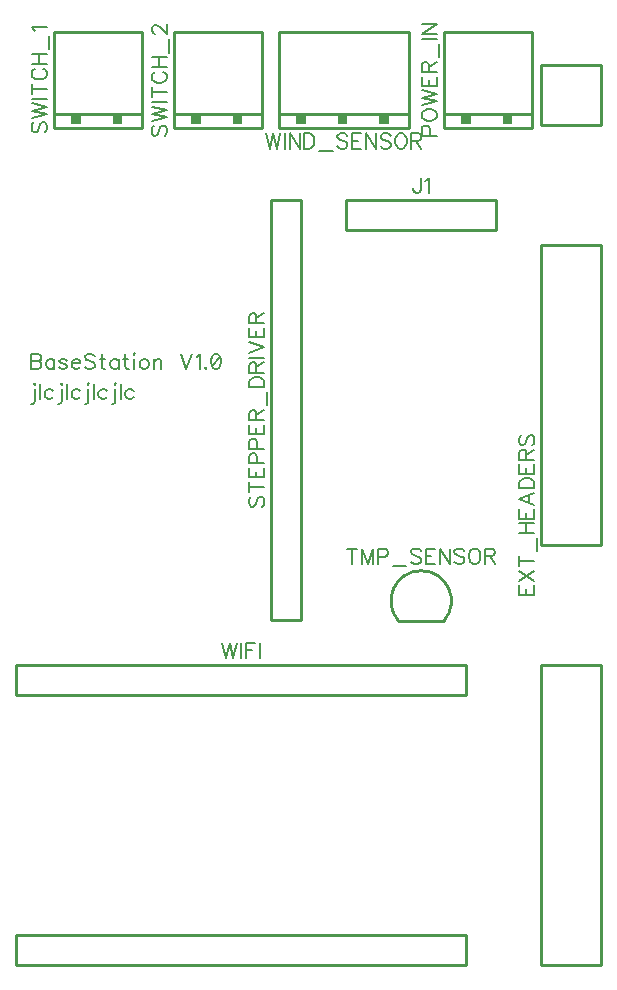
<source format=gbr>
G04 DipTrace 3.3.1.3*
G04 TopSilk.gbr*
%MOIN*%
G04 #@! TF.FileFunction,Legend,Top*
G04 #@! TF.Part,Single*
%ADD10C,0.009843*%
%ADD38C,0.00772*%
%FSLAX26Y26*%
G04*
G70*
G90*
G75*
G01*
G04 TopSilk*
%LPD*%
X2343700Y443700D2*
D10*
X2543700D1*
X2343700Y1443600D2*
Y1368600D1*
Y1443600D2*
X2543700D1*
Y1368600D1*
Y443700D1*
X2343700Y1368600D2*
Y443700D1*
Y1843800D2*
X2543700D1*
X2343700Y2843700D2*
Y2768700D1*
Y2843700D2*
X2543700D1*
Y2768700D1*
Y1843800D1*
X2343700Y2768700D2*
Y1843800D1*
X2543700Y3243600D2*
X2343700D1*
X2543700Y3443700D2*
Y3243600D1*
X2343700Y3443700D2*
Y3243600D1*
X2543700Y3443700D2*
X2343700D1*
X1693700Y2993700D2*
Y2893700D1*
X2193700Y2993700D2*
X1693700D1*
X2193700Y2893700D2*
X1693700D1*
X2193700Y2993700D2*
Y2893700D1*
X2018896Y3232283D2*
X2314163D1*
Y3555117D1*
X2018896D1*
Y3232283D1*
Y3279513D2*
X2314163D1*
G36*
X2077949D2*
X2109425D1*
Y3248037D1*
X2077949D1*
Y3279513D1*
G37*
G36*
X2215780D2*
X2247255D1*
Y3248037D1*
X2215780D1*
Y3279513D1*
G37*
X1543700Y2993700D2*
D10*
X1443700D1*
X1543700Y1593700D2*
Y2993700D1*
Y1593700D2*
X1443700D1*
Y1669300D1*
Y2993700D1*
X718896Y3232283D2*
X1014163D1*
Y3555117D1*
X718896D1*
Y3232283D1*
Y3279513D2*
X1014163D1*
G36*
X777949D2*
X809425D1*
Y3248037D1*
X777949D1*
Y3279513D1*
G37*
G36*
X915780D2*
X947255D1*
Y3248037D1*
X915780D1*
Y3279513D1*
G37*
X1118896Y3232283D2*
D10*
X1414163D1*
Y3555117D1*
X1118896D1*
Y3232283D1*
Y3279513D2*
X1414163D1*
G36*
X1177949D2*
X1209425D1*
Y3248037D1*
X1177949D1*
Y3279513D1*
G37*
G36*
X1315780D2*
X1347255D1*
Y3248037D1*
X1315780D1*
Y3279513D1*
G37*
X1868080Y1590558D2*
D10*
G02X2019320Y1590558I75620J66569D01*
G01*
X1868080D1*
X593700Y543700D2*
Y443700D1*
X2093700Y543700D2*
Y443700D1*
X2018700D1*
X593700D1*
X2093700Y543700D2*
X593700D1*
Y1443700D2*
Y1343700D1*
X2093700Y1443700D2*
Y1343700D1*
X2018700D1*
X593700D1*
X2093700Y1443700D2*
X593700D1*
X1468898Y3232283D2*
X1901949D1*
Y3555117D1*
X1468898D1*
Y3232283D1*
Y3279513D2*
X1901949D1*
G36*
X1527966D2*
X1559405D1*
Y3248037D1*
X1527966D1*
Y3279513D1*
G37*
G36*
X1665806D2*
X1697245D1*
Y3248037D1*
X1665806D1*
Y3279513D1*
G37*
G36*
X1803516D2*
X1834956D1*
Y3248037D1*
X1803516D1*
Y3279513D1*
G37*
X2270477Y1708626D2*
D38*
Y1677565D1*
X2320717D1*
Y1708626D1*
X2294409Y1677565D2*
Y1696688D1*
X2270477Y1724066D2*
X2320717Y1757559D1*
X2270477D2*
X2320717Y1724066D1*
X2270477Y1789745D2*
X2320717D1*
X2270477Y1772998D2*
Y1806492D1*
X2329007Y1821931D2*
Y1867362D1*
X2270477Y1882802D2*
X2320717D1*
X2270477Y1916295D2*
X2320717D1*
X2294409Y1882802D2*
Y1916295D1*
X2270477Y1962796D2*
Y1931734D1*
X2320717D1*
Y1962796D1*
X2294409Y1931734D2*
Y1950857D1*
X2320717Y2016537D2*
X2270477Y1997358D1*
X2320717Y1978235D1*
X2303970Y1985420D2*
Y2009352D1*
X2270477Y2031976D2*
X2320717D1*
Y2048723D1*
X2318285Y2055908D1*
X2313532Y2060716D1*
X2308723Y2063093D1*
X2301594Y2065469D1*
X2289600D1*
X2282415Y2063093D1*
X2277662Y2060716D1*
X2272854Y2055908D1*
X2270477Y2048723D1*
Y2031976D1*
Y2111970D2*
Y2080908D1*
X2320717D1*
Y2111970D1*
X2294409Y2080908D2*
Y2100032D1*
Y2127409D2*
Y2148909D1*
X2291977Y2156094D1*
X2289600Y2158526D1*
X2284847Y2160903D1*
X2280039D1*
X2275285Y2158526D1*
X2272854Y2156094D1*
X2270477Y2148909D1*
Y2127409D1*
X2320717D1*
X2294409Y2144156D2*
X2320717Y2160903D1*
X2277662Y2209835D2*
X2272854Y2205082D1*
X2270477Y2197897D1*
Y2188335D1*
X2272854Y2181150D1*
X2277662Y2176342D1*
X2282415D1*
X2287224Y2178774D1*
X2289600Y2181150D1*
X2291977Y2185903D1*
X2296785Y2200274D1*
X2299162Y2205082D1*
X2301594Y2207459D1*
X2306347Y2209835D1*
X2313532D1*
X2318285Y2205082D1*
X2320717Y2197897D1*
Y2188335D1*
X2318285Y2181150D1*
X2313532Y2176342D1*
X1941949Y3066923D2*
Y3028677D1*
X1939573Y3021492D1*
X1937141Y3019115D1*
X1932388Y3016683D1*
X1927579D1*
X1922826Y3019115D1*
X1920450Y3021492D1*
X1918018Y3028677D1*
Y3033430D1*
X1957389Y3057306D2*
X1962197Y3059738D1*
X1969382Y3066868D1*
Y3016683D1*
X1971981Y3208121D2*
Y3229676D1*
X1969605Y3236806D1*
X1967173Y3239238D1*
X1962420Y3241615D1*
X1955235D1*
X1950482Y3239238D1*
X1948050Y3236806D1*
X1945673Y3229676D1*
Y3208121D1*
X1995913D1*
X1945673Y3271424D2*
X1948050Y3266615D1*
X1952858Y3261862D1*
X1957611Y3259430D1*
X1964796Y3257054D1*
X1976790D1*
X1983920Y3259430D1*
X1988728Y3261862D1*
X1993481Y3266615D1*
X1995913Y3271424D1*
Y3280985D1*
X1993481Y3285739D1*
X1988728Y3290547D1*
X1983920Y3292924D1*
X1976790Y3295300D1*
X1964796D1*
X1957611Y3292924D1*
X1952858Y3290547D1*
X1948050Y3285739D1*
X1945673Y3280986D1*
Y3271424D1*
Y3310740D2*
X1995913Y3322733D1*
X1945673Y3334671D1*
X1995913Y3346609D1*
X1945673Y3358603D1*
Y3405104D2*
Y3374042D1*
X1995913D1*
Y3405104D1*
X1969605Y3374042D2*
Y3393165D1*
Y3420543D2*
Y3442043D1*
X1967173Y3449228D1*
X1964796Y3451660D1*
X1960043Y3454036D1*
X1955235D1*
X1950482Y3451660D1*
X1948050Y3449228D1*
X1945673Y3442043D1*
Y3420543D1*
X1995913D1*
X1969605Y3437290D2*
X1995913Y3454036D1*
X2004204Y3469475D2*
Y3514907D1*
X1945673Y3530346D2*
X1995913D1*
X1945673Y3579279D2*
X1995913D1*
X1945673Y3545786D1*
X1995913D1*
X1377662Y2004434D2*
X1372854Y1999681D1*
X1370477Y1992496D1*
Y1982934D1*
X1372854Y1975749D1*
X1377662Y1970940D1*
X1382415D1*
X1387224Y1973372D1*
X1389600Y1975749D1*
X1391977Y1980502D1*
X1396785Y1994872D1*
X1399162Y1999681D1*
X1401594Y2002057D1*
X1406347Y2004434D1*
X1413532D1*
X1418285Y1999680D1*
X1420717Y1992495D1*
Y1982934D1*
X1418285Y1975749D1*
X1413532Y1970940D1*
X1370477Y2036620D2*
X1420717D1*
X1370477Y2019873D2*
Y2053366D1*
Y2099867D2*
Y2068806D1*
X1420717Y2068805D1*
Y2099867D1*
X1394409Y2068805D2*
Y2087929D1*
X1396785Y2115306D2*
Y2136861D1*
X1394409Y2143991D1*
X1391977Y2146423D1*
X1387224Y2148800D1*
X1380039D1*
X1375285Y2146423D1*
X1372854Y2143991D1*
X1370477Y2136861D1*
Y2115306D1*
X1420717D1*
X1396785Y2164239D2*
Y2185794D1*
X1394409Y2192924D1*
X1391977Y2195356D1*
X1387224Y2197732D1*
X1380039D1*
X1375285Y2195356D1*
X1372854Y2192924D1*
X1370477Y2185794D1*
Y2164239D1*
X1420717D1*
X1370477Y2244233D2*
Y2213171D1*
X1420717D1*
Y2244233D1*
X1394409Y2213171D2*
Y2232295D1*
Y2259672D2*
Y2281172D1*
X1391977Y2288357D1*
X1389600Y2290789D1*
X1384847Y2293165D1*
X1380039D1*
X1375285Y2290789D1*
X1372854Y2288357D1*
X1370477Y2281172D1*
Y2259672D1*
X1420717D1*
X1394409Y2276419D2*
X1420717Y2293165D1*
X1429007Y2308605D2*
Y2354036D1*
X1370477Y2369475D2*
X1420717D1*
Y2386222D1*
X1418285Y2393407D1*
X1413532Y2398216D1*
X1408723Y2400592D1*
X1401594Y2402969D1*
X1389600D1*
X1382415Y2400592D1*
X1377662Y2398216D1*
X1372854Y2393407D1*
X1370477Y2386222D1*
Y2369475D1*
X1394409Y2418408D2*
Y2439908D1*
X1391977Y2447093D1*
X1389600Y2449525D1*
X1384847Y2451901D1*
X1380039D1*
X1375285Y2449525D1*
X1372854Y2447093D1*
X1370477Y2439908D1*
Y2418408D1*
X1420717D1*
X1394409Y2435155D2*
X1420717Y2451901D1*
X1370477Y2467341D2*
X1420717D1*
X1370477Y2482780D2*
X1420717Y2501903D1*
X1370477Y2521026D1*
Y2567527D2*
Y2536466D1*
X1420717D1*
Y2567527D1*
X1394409Y2536466D2*
Y2555589D1*
Y2582966D2*
Y2604466D1*
X1391977Y2611651D1*
X1389600Y2614083D1*
X1384847Y2616460D1*
X1380039D1*
X1375285Y2614083D1*
X1372854Y2611651D1*
X1370477Y2604466D1*
Y2582966D1*
X1420717D1*
X1394409Y2599713D2*
X1420717Y2616460D1*
X652858Y3252337D2*
X648050Y3247584D1*
X645673Y3240399D1*
Y3230837D1*
X648050Y3223652D1*
X652858Y3218844D1*
X657611D1*
X662420Y3221275D1*
X664796Y3223652D1*
X667173Y3228405D1*
X671981Y3242775D1*
X674358Y3247584D1*
X676790Y3249960D1*
X681543Y3252337D1*
X688728D1*
X693481Y3247584D1*
X695913Y3240399D1*
Y3230837D1*
X693481Y3223652D1*
X688728Y3218844D1*
X645673Y3267776D2*
X695913Y3279770D1*
X645673Y3291708D1*
X695913Y3303646D1*
X645673Y3315639D1*
Y3331079D2*
X695913D1*
X645673Y3363265D2*
X695913D1*
X645673Y3346518D2*
Y3380011D1*
X657611Y3431320D2*
X652858Y3428944D1*
X648050Y3424135D1*
X645673Y3419382D1*
Y3409821D1*
X648050Y3405012D1*
X652858Y3400259D1*
X657611Y3397827D1*
X664796Y3395451D1*
X676790D1*
X683920Y3397827D1*
X688728Y3400259D1*
X693481Y3405012D1*
X695913Y3409821D1*
Y3419382D1*
X693481Y3424135D1*
X688728Y3428944D1*
X683920Y3431320D1*
X645673Y3446760D2*
X695913D1*
X645673Y3480253D2*
X695913D1*
X669605Y3446760D2*
Y3480253D1*
X704204Y3495692D2*
Y3541124D1*
X655290Y3556563D2*
X652858Y3561372D1*
X645728Y3568557D1*
X695913D1*
X1052858Y3241587D2*
X1048050Y3236834D1*
X1045673Y3229649D1*
Y3220087D1*
X1048050Y3212902D1*
X1052858Y3208094D1*
X1057611D1*
X1062420Y3210526D1*
X1064796Y3212902D1*
X1067173Y3217655D1*
X1071981Y3232025D1*
X1074358Y3236834D1*
X1076790Y3239210D1*
X1081543Y3241587D1*
X1088728D1*
X1093481Y3236834D1*
X1095913Y3229649D1*
Y3220087D1*
X1093481Y3212902D1*
X1088728Y3208094D1*
X1045673Y3257026D2*
X1095913Y3269020D1*
X1045673Y3280958D1*
X1095913Y3292896D1*
X1045673Y3304890D1*
Y3320329D2*
X1095913D1*
X1045673Y3352515D2*
X1095913D1*
X1045673Y3335768D2*
Y3369261D1*
X1057611Y3420571D2*
X1052858Y3418194D1*
X1048050Y3413385D1*
X1045673Y3408632D1*
Y3399071D1*
X1048050Y3394262D1*
X1052858Y3389509D1*
X1057611Y3387077D1*
X1064796Y3384701D1*
X1076790D1*
X1083920Y3387077D1*
X1088728Y3389509D1*
X1093481Y3394262D1*
X1095913Y3399071D1*
Y3408632D1*
X1093481Y3413385D1*
X1088728Y3418194D1*
X1083920Y3420571D1*
X1045673Y3436010D2*
X1095913D1*
X1045673Y3469503D2*
X1095913D1*
X1069605Y3436010D2*
Y3469503D1*
X1104204Y3484942D2*
Y3530374D1*
X1057667Y3548245D2*
X1055290D1*
X1050482Y3550622D1*
X1048105Y3552998D1*
X1045728Y3557807D1*
Y3567368D1*
X1048105Y3572121D1*
X1050482Y3574498D1*
X1055290Y3576930D1*
X1060043D1*
X1064852Y3574498D1*
X1071981Y3569745D1*
X1095913Y3545813D1*
Y3579306D1*
X1713997Y1831097D2*
Y1780857D1*
X1697250Y1831097D2*
X1730744D1*
X1784429Y1780857D2*
Y1831097D1*
X1765306Y1780857D1*
X1746183Y1831097D1*
Y1780857D1*
X1799869Y1804789D2*
X1821424D1*
X1828554Y1807165D1*
X1830985Y1809597D1*
X1833362Y1814350D1*
Y1821535D1*
X1830985Y1826289D1*
X1828554Y1828720D1*
X1821424Y1831097D1*
X1799869D1*
Y1780857D1*
X1848801Y1772567D2*
X1894233D1*
X1943165Y1823912D2*
X1938412Y1828720D1*
X1931227Y1831097D1*
X1921666D1*
X1914481Y1828720D1*
X1909672Y1823912D1*
Y1819159D1*
X1912104Y1814350D1*
X1914481Y1811974D1*
X1919234Y1809597D1*
X1933604Y1804789D1*
X1938412Y1802412D1*
X1940789Y1799980D1*
X1943165Y1795227D1*
Y1788042D1*
X1938412Y1783289D1*
X1931227Y1780857D1*
X1921666D1*
X1914481Y1783289D1*
X1909672Y1788042D1*
X1989666Y1831097D2*
X1958605D1*
Y1780857D1*
X1989666D1*
X1958605Y1807165D2*
X1977728D1*
X2038599Y1831097D2*
Y1780857D1*
X2005105Y1831097D1*
Y1780857D1*
X2087531Y1823912D2*
X2082778Y1828720D1*
X2075593Y1831097D1*
X2066031D1*
X2058846Y1828720D1*
X2054038Y1823912D1*
Y1819159D1*
X2056470Y1814350D1*
X2058846Y1811974D1*
X2063600Y1809597D1*
X2077970Y1804789D1*
X2082778Y1802412D1*
X2085155Y1799980D1*
X2087531Y1795227D1*
Y1788042D1*
X2082778Y1783289D1*
X2075593Y1780857D1*
X2066031D1*
X2058846Y1783289D1*
X2054038Y1788042D1*
X2117341Y1831097D2*
X2112532Y1828720D1*
X2107779Y1823912D1*
X2105347Y1819159D1*
X2102971Y1811974D1*
Y1799980D1*
X2105347Y1792850D1*
X2107779Y1788042D1*
X2112532Y1783289D1*
X2117341Y1780857D1*
X2126902D1*
X2131655Y1783289D1*
X2136464Y1788042D1*
X2138840Y1792850D1*
X2141217Y1799980D1*
Y1811974D1*
X2138840Y1819159D1*
X2136464Y1823912D1*
X2131655Y1828720D1*
X2126902Y1831097D1*
X2117341D1*
X2156656Y1807165D2*
X2178156D1*
X2185341Y1809597D1*
X2187773Y1811974D1*
X2190150Y1816727D1*
Y1821535D1*
X2187773Y1826289D1*
X2185341Y1828720D1*
X2178156Y1831097D1*
X2156656D1*
Y1780857D1*
X2173403Y1807165D2*
X2190150Y1780857D1*
X1281051Y1516923D2*
X1293045Y1466683D1*
X1304983Y1516923D1*
X1316921Y1466683D1*
X1328914Y1516923D1*
X1344354D2*
Y1466683D1*
X1390910Y1516923D2*
X1359793D1*
Y1466683D1*
Y1492991D2*
X1378916D1*
X1406349Y1516923D2*
Y1466683D1*
X1426445Y3215324D2*
X1438439Y3165084D1*
X1450377Y3215324D1*
X1462315Y3165084D1*
X1474309Y3215324D1*
X1489748D2*
Y3165084D1*
X1538681Y3215324D2*
Y3165084D1*
X1505187Y3215324D1*
Y3165084D1*
X1554120Y3215324D2*
Y3165084D1*
X1570867D1*
X1578052Y3167516D1*
X1582860Y3172269D1*
X1585237Y3177077D1*
X1587613Y3184207D1*
Y3196201D1*
X1585237Y3203386D1*
X1582860Y3208139D1*
X1578052Y3212947D1*
X1570867Y3215324D1*
X1554120D1*
X1603052Y3156794D2*
X1648484D1*
X1697417Y3208139D2*
X1692663Y3212947D1*
X1685478Y3215324D1*
X1675917D1*
X1668732Y3212947D1*
X1663923Y3208139D1*
Y3203386D1*
X1666355Y3198577D1*
X1668732Y3196201D1*
X1673485Y3193824D1*
X1687855Y3189016D1*
X1692663Y3186639D1*
X1695040Y3184207D1*
X1697417Y3179454D1*
Y3172269D1*
X1692663Y3167516D1*
X1685478Y3165084D1*
X1675917D1*
X1668732Y3167516D1*
X1663923Y3172269D1*
X1743917Y3215324D2*
X1712856D1*
Y3165084D1*
X1743917D1*
X1712856Y3191392D2*
X1731979D1*
X1792850Y3215324D2*
Y3165084D1*
X1759357Y3215324D1*
Y3165084D1*
X1841782Y3208139D2*
X1837029Y3212947D1*
X1829844Y3215324D1*
X1820283D1*
X1813098Y3212947D1*
X1808289Y3208139D1*
Y3203386D1*
X1810721Y3198577D1*
X1813098Y3196201D1*
X1817851Y3193824D1*
X1832221Y3189016D1*
X1837029Y3186639D1*
X1839406Y3184207D1*
X1841782Y3179454D1*
Y3172269D1*
X1837029Y3167516D1*
X1829844Y3165084D1*
X1820283D1*
X1813098Y3167516D1*
X1808289Y3172269D1*
X1871592Y3215324D2*
X1866783Y3212947D1*
X1862030Y3208139D1*
X1859598Y3203386D1*
X1857222Y3196201D1*
Y3184207D1*
X1859598Y3177077D1*
X1862030Y3172269D1*
X1866783Y3167516D1*
X1871592Y3165084D1*
X1881153D1*
X1885907Y3167516D1*
X1890715Y3172269D1*
X1893092Y3177077D1*
X1895468Y3184207D1*
Y3196201D1*
X1893092Y3203386D1*
X1890715Y3208139D1*
X1885907Y3212947D1*
X1881153Y3215324D1*
X1871592D1*
X1910907Y3191392D2*
X1932407D1*
X1939592Y3193824D1*
X1942024Y3196201D1*
X1944401Y3200954D1*
Y3205762D1*
X1942024Y3210516D1*
X1939592Y3212947D1*
X1932407Y3215324D1*
X1910907D1*
Y3165084D1*
X1927654Y3191392D2*
X1944401Y3165084D1*
X643700Y2480601D2*
Y2430361D1*
X665255D1*
X672440Y2432793D1*
X674817Y2435170D1*
X677193Y2439923D1*
Y2447108D1*
X674817Y2451916D1*
X672440Y2454293D1*
X665255Y2456669D1*
X672440Y2459101D1*
X674817Y2461478D1*
X677193Y2466231D1*
Y2471039D1*
X674817Y2475793D1*
X672440Y2478225D1*
X665255Y2480601D1*
X643700D1*
Y2456669D2*
X665255D1*
X721317Y2463854D2*
Y2430361D1*
Y2456669D2*
X716564Y2461478D1*
X711756Y2463854D1*
X704626D1*
X699818Y2461478D1*
X695064Y2456669D1*
X692633Y2449484D1*
Y2444731D1*
X695064Y2437546D1*
X699818Y2432793D1*
X704626Y2430361D1*
X711756D1*
X716564Y2432793D1*
X721317Y2437546D1*
X763065Y2456669D2*
X760688Y2461478D1*
X753503Y2463854D1*
X746318D1*
X739133Y2461478D1*
X736757Y2456669D1*
X739133Y2451916D1*
X743942Y2449484D1*
X755880Y2447108D1*
X760688Y2444731D1*
X763065Y2439923D1*
Y2437546D1*
X760688Y2432793D1*
X753503Y2430361D1*
X746318D1*
X739133Y2432793D1*
X736757Y2437546D1*
X778504Y2449484D2*
X807189D1*
Y2454293D1*
X804813Y2459101D1*
X802436Y2461478D1*
X797628Y2463854D1*
X790442D1*
X785689Y2461478D1*
X780881Y2456669D1*
X778504Y2449484D1*
Y2444731D1*
X780881Y2437546D1*
X785689Y2432793D1*
X790442Y2430361D1*
X797628D1*
X802436Y2432793D1*
X807189Y2437546D1*
X856122Y2473416D2*
X851369Y2478225D1*
X844184Y2480601D1*
X834622D1*
X827437Y2478225D1*
X822628Y2473416D1*
Y2468663D1*
X825060Y2463854D1*
X827437Y2461478D1*
X832190Y2459101D1*
X846560Y2454293D1*
X851369Y2451916D1*
X853745Y2449484D1*
X856122Y2444731D1*
Y2437546D1*
X851369Y2432793D1*
X844184Y2430361D1*
X834622D1*
X827437Y2432793D1*
X822628Y2437546D1*
X878746Y2480601D2*
Y2439923D1*
X881123Y2432793D1*
X885931Y2430361D1*
X890684D1*
X871561Y2463854D2*
X888308D1*
X934808D2*
Y2430361D1*
Y2456669D2*
X930055Y2461478D1*
X925247Y2463854D1*
X918117D1*
X913309Y2461478D1*
X908555Y2456669D1*
X906123Y2449484D1*
Y2444731D1*
X908555Y2437546D1*
X913309Y2432793D1*
X918117Y2430361D1*
X925247D1*
X930055Y2432793D1*
X934808Y2437546D1*
X957433Y2480601D2*
Y2439923D1*
X959809Y2432793D1*
X964618Y2430361D1*
X969371D1*
X950248Y2463854D2*
X966994D1*
X984810Y2480601D2*
X987187Y2478225D1*
X989619Y2480601D1*
X987187Y2483033D1*
X984810Y2480601D1*
X987187Y2463854D2*
Y2430361D1*
X1016996Y2463854D2*
X1012243Y2461478D1*
X1007434Y2456669D1*
X1005058Y2449484D1*
Y2444731D1*
X1007434Y2437546D1*
X1012243Y2432793D1*
X1016996Y2430361D1*
X1024181D1*
X1028990Y2432793D1*
X1033743Y2437546D1*
X1036175Y2444731D1*
Y2449484D1*
X1033743Y2456669D1*
X1028990Y2461478D1*
X1024181Y2463854D1*
X1016996D1*
X1051614D2*
Y2430361D1*
Y2454293D2*
X1058799Y2461478D1*
X1063607Y2463854D1*
X1070737D1*
X1075546Y2461478D1*
X1077922Y2454293D1*
Y2430361D1*
X1141962Y2480601D2*
X1161086Y2430361D1*
X1180209Y2480601D1*
X1195648Y2470984D2*
X1200457Y2473416D1*
X1207642Y2480546D1*
Y2430361D1*
X1225457Y2435170D2*
X1223081Y2432738D1*
X1225457Y2430361D1*
X1227889Y2432738D1*
X1225457Y2435170D1*
X1257699Y2480546D2*
X1250514Y2478169D1*
X1245705Y2470984D1*
X1243329Y2459046D1*
Y2451861D1*
X1245705Y2439923D1*
X1250514Y2432738D1*
X1257699Y2430361D1*
X1262452D1*
X1269637Y2432738D1*
X1274390Y2439923D1*
X1276822Y2451861D1*
Y2459046D1*
X1274390Y2470984D1*
X1269637Y2478169D1*
X1262452Y2480546D1*
X1257699D1*
X1274390Y2470984D2*
X1245705Y2439923D1*
X653262Y2380656D2*
X655693Y2378280D1*
X658070Y2380656D1*
X655693Y2383033D1*
X653262Y2380656D1*
X655693Y2363910D2*
Y2323231D1*
X653262Y2316046D1*
X648508Y2313670D1*
X643700D1*
X673509Y2380601D2*
Y2330361D1*
X717689Y2356669D2*
X712880Y2361478D1*
X708072Y2363854D1*
X700942D1*
X696134Y2361478D1*
X691380Y2356669D1*
X688949Y2349484D1*
Y2344731D1*
X691380Y2337546D1*
X696134Y2332793D1*
X700942Y2330361D1*
X708072D1*
X712880Y2332793D1*
X717689Y2337546D1*
X742690Y2380656D2*
X745121Y2378280D1*
X747498Y2380656D1*
X745121Y2383033D1*
X742690Y2380656D1*
X745121Y2363910D2*
Y2323231D1*
X742690Y2316046D1*
X737936Y2313670D1*
X733128D1*
X762937Y2380601D2*
Y2330361D1*
X807117Y2356669D2*
X802308Y2361478D1*
X797500Y2363854D1*
X790370D1*
X785562Y2361478D1*
X780808Y2356669D1*
X778377Y2349484D1*
Y2344731D1*
X780808Y2337546D1*
X785562Y2332793D1*
X790370Y2330361D1*
X797500D1*
X802308Y2332793D1*
X807117Y2337546D1*
X832118Y2380656D2*
X834549Y2378280D1*
X836926Y2380656D1*
X834549Y2383033D1*
X832118Y2380656D1*
X834549Y2363910D2*
Y2323231D1*
X832118Y2316046D1*
X827364Y2313670D1*
X822556D1*
X852365Y2380601D2*
Y2330361D1*
X896545Y2356669D2*
X891736Y2361478D1*
X886928Y2363854D1*
X879798D1*
X874990Y2361478D1*
X870236Y2356669D1*
X867805Y2349484D1*
Y2344731D1*
X870236Y2337546D1*
X874990Y2332793D1*
X879798Y2330361D1*
X886928D1*
X891736Y2332793D1*
X896545Y2337546D1*
X921546Y2380656D2*
X923977Y2378280D1*
X926354Y2380656D1*
X923977Y2383033D1*
X921546Y2380656D1*
X923977Y2363910D2*
Y2323231D1*
X921546Y2316046D1*
X916792Y2313670D1*
X911984D1*
X941793Y2380601D2*
Y2330361D1*
X985973Y2356669D2*
X981164Y2361478D1*
X976356Y2363854D1*
X969226D1*
X964418Y2361478D1*
X959664Y2356669D1*
X957232Y2349484D1*
Y2344731D1*
X959664Y2337546D1*
X964418Y2332793D1*
X969226Y2330361D1*
X976356D1*
X981164Y2332793D1*
X985973Y2337546D1*
M02*

</source>
